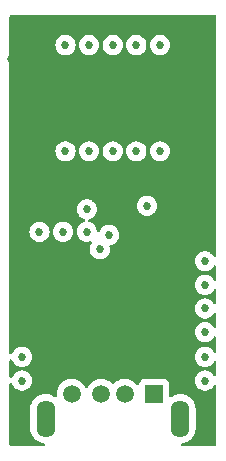
<source format=gbr>
%TF.GenerationSoftware,KiCad,Pcbnew,(6.0.7)*%
%TF.CreationDate,2023-02-05T00:26:33-08:00*%
%TF.ProjectId,ESP_Module,4553505f-4d6f-4647-956c-652e6b696361,rev?*%
%TF.SameCoordinates,Original*%
%TF.FileFunction,Copper,L3,Inr*%
%TF.FilePolarity,Positive*%
%FSLAX46Y46*%
G04 Gerber Fmt 4.6, Leading zero omitted, Abs format (unit mm)*
G04 Created by KiCad (PCBNEW (6.0.7)) date 2023-02-05 00:26:33*
%MOMM*%
%LPD*%
G01*
G04 APERTURE LIST*
%TA.AperFunction,ComponentPad*%
%ADD10R,1.508000X1.508000*%
%TD*%
%TA.AperFunction,ComponentPad*%
%ADD11C,1.508000*%
%TD*%
%TA.AperFunction,ComponentPad*%
%ADD12O,1.575000X3.150000*%
%TD*%
%TA.AperFunction,ViaPad*%
%ADD13C,0.685800*%
%TD*%
G04 APERTURE END LIST*
D10*
%TO.N,+5V*%
%TO.C,J1*%
X160218000Y-100516000D03*
D11*
%TO.N,USB_D-*%
X157718000Y-100516000D03*
%TO.N,USB_D+*%
X155718000Y-100516000D03*
%TO.N,GND*%
X153218000Y-100516000D03*
D12*
X162418000Y-102616000D03*
X151018000Y-102616000D03*
%TD*%
D13*
%TO.N,GND*%
X164500000Y-97400000D03*
X164500000Y-99400000D03*
X149000000Y-97400000D03*
X149000000Y-99400000D03*
%TO.N,+3V3*%
X148100000Y-72200000D03*
%TO.N,GND*%
X159600000Y-84600000D03*
%TO.N,+3V3*%
X152600000Y-84900000D03*
%TO.N,GND*%
X154500000Y-84900000D03*
X150500000Y-86800000D03*
%TO.N,+3V3*%
X161300000Y-91800000D03*
X160000000Y-93100000D03*
X161300000Y-93100000D03*
X153200000Y-97000000D03*
X158600000Y-91800000D03*
X161400000Y-84900000D03*
X160000000Y-91800000D03*
X158600000Y-93100000D03*
%TO.N,GND*%
X156700000Y-80000000D03*
X154500000Y-86800000D03*
X152500000Y-86800000D03*
X160700000Y-80000000D03*
X156700000Y-71000000D03*
X158700000Y-80000000D03*
X160700000Y-71000000D03*
X164500000Y-91300000D03*
X152700000Y-80000000D03*
X152700000Y-71000000D03*
X158700000Y-71000000D03*
X154700000Y-80000000D03*
X164500000Y-89300000D03*
X164500000Y-93300000D03*
X164500000Y-95300000D03*
X154700000Y-71000000D03*
%TO.N,USB_D+*%
X155600000Y-88300000D03*
%TO.N,USB_D-*%
X156376702Y-87076702D03*
%TD*%
%TA.AperFunction,Conductor*%
%TO.N,+3V3*%
G36*
X165423121Y-68478502D02*
G01*
X165469614Y-68532158D01*
X165481000Y-68584500D01*
X165481000Y-88826104D01*
X165460998Y-88894225D01*
X165407342Y-88940718D01*
X165337068Y-88950822D01*
X165272488Y-88921328D01*
X165245881Y-88889104D01*
X165199116Y-88808105D01*
X165192591Y-88796803D01*
X165072836Y-88663801D01*
X165059245Y-88653926D01*
X164933387Y-88562485D01*
X164933386Y-88562484D01*
X164928045Y-88558604D01*
X164922017Y-88555920D01*
X164922015Y-88555919D01*
X164770577Y-88488495D01*
X164770576Y-88488495D01*
X164764546Y-88485810D01*
X164677016Y-88467205D01*
X164595943Y-88449972D01*
X164595939Y-88449972D01*
X164589486Y-88448600D01*
X164410514Y-88448600D01*
X164404061Y-88449972D01*
X164404057Y-88449972D01*
X164322984Y-88467205D01*
X164235454Y-88485810D01*
X164229424Y-88488495D01*
X164229423Y-88488495D01*
X164077985Y-88555919D01*
X164077983Y-88555920D01*
X164071955Y-88558604D01*
X164066614Y-88562484D01*
X164066613Y-88562485D01*
X163940756Y-88653926D01*
X163927164Y-88663801D01*
X163807409Y-88796803D01*
X163800884Y-88808105D01*
X163726929Y-88936199D01*
X163717923Y-88951797D01*
X163715881Y-88958082D01*
X163665159Y-89114190D01*
X163662618Y-89122009D01*
X163643910Y-89300000D01*
X163662618Y-89477991D01*
X163717923Y-89648203D01*
X163807409Y-89803197D01*
X163927164Y-89936199D01*
X164071955Y-90041396D01*
X164077983Y-90044080D01*
X164077985Y-90044081D01*
X164229423Y-90111505D01*
X164235454Y-90114190D01*
X164322984Y-90132795D01*
X164404057Y-90150028D01*
X164404061Y-90150028D01*
X164410514Y-90151400D01*
X164589486Y-90151400D01*
X164595939Y-90150028D01*
X164595943Y-90150028D01*
X164677016Y-90132795D01*
X164764546Y-90114190D01*
X164770577Y-90111505D01*
X164922015Y-90044081D01*
X164922017Y-90044080D01*
X164928045Y-90041396D01*
X165072836Y-89936199D01*
X165192591Y-89803197D01*
X165245881Y-89710896D01*
X165297263Y-89661903D01*
X165366977Y-89648467D01*
X165432888Y-89674853D01*
X165474070Y-89732685D01*
X165481000Y-89773896D01*
X165481000Y-90826104D01*
X165460998Y-90894225D01*
X165407342Y-90940718D01*
X165337068Y-90950822D01*
X165272488Y-90921328D01*
X165245881Y-90889104D01*
X165195892Y-90802521D01*
X165192591Y-90796803D01*
X165072836Y-90663801D01*
X164928045Y-90558604D01*
X164922017Y-90555920D01*
X164922015Y-90555919D01*
X164770577Y-90488495D01*
X164770576Y-90488495D01*
X164764546Y-90485810D01*
X164677016Y-90467205D01*
X164595943Y-90449972D01*
X164595939Y-90449972D01*
X164589486Y-90448600D01*
X164410514Y-90448600D01*
X164404061Y-90449972D01*
X164404057Y-90449972D01*
X164322984Y-90467205D01*
X164235454Y-90485810D01*
X164229424Y-90488495D01*
X164229423Y-90488495D01*
X164077985Y-90555919D01*
X164077983Y-90555920D01*
X164071955Y-90558604D01*
X163927164Y-90663801D01*
X163807409Y-90796803D01*
X163717923Y-90951797D01*
X163662618Y-91122009D01*
X163643910Y-91300000D01*
X163662618Y-91477991D01*
X163717923Y-91648203D01*
X163807409Y-91803197D01*
X163927164Y-91936199D01*
X164071955Y-92041396D01*
X164077983Y-92044080D01*
X164077985Y-92044081D01*
X164229423Y-92111505D01*
X164235454Y-92114190D01*
X164322984Y-92132795D01*
X164404057Y-92150028D01*
X164404061Y-92150028D01*
X164410514Y-92151400D01*
X164589486Y-92151400D01*
X164595939Y-92150028D01*
X164595943Y-92150028D01*
X164677016Y-92132795D01*
X164764546Y-92114190D01*
X164770577Y-92111505D01*
X164922015Y-92044081D01*
X164922017Y-92044080D01*
X164928045Y-92041396D01*
X165072836Y-91936199D01*
X165192591Y-91803197D01*
X165245881Y-91710896D01*
X165297263Y-91661903D01*
X165366977Y-91648467D01*
X165432888Y-91674853D01*
X165474070Y-91732685D01*
X165481000Y-91773896D01*
X165481000Y-92826104D01*
X165460998Y-92894225D01*
X165407342Y-92940718D01*
X165337068Y-92950822D01*
X165272488Y-92921328D01*
X165245881Y-92889104D01*
X165195892Y-92802521D01*
X165192591Y-92796803D01*
X165072836Y-92663801D01*
X164928045Y-92558604D01*
X164922017Y-92555920D01*
X164922015Y-92555919D01*
X164770577Y-92488495D01*
X164770576Y-92488495D01*
X164764546Y-92485810D01*
X164677016Y-92467205D01*
X164595943Y-92449972D01*
X164595939Y-92449972D01*
X164589486Y-92448600D01*
X164410514Y-92448600D01*
X164404061Y-92449972D01*
X164404057Y-92449972D01*
X164322984Y-92467205D01*
X164235454Y-92485810D01*
X164229424Y-92488495D01*
X164229423Y-92488495D01*
X164077985Y-92555919D01*
X164077983Y-92555920D01*
X164071955Y-92558604D01*
X163927164Y-92663801D01*
X163807409Y-92796803D01*
X163717923Y-92951797D01*
X163662618Y-93122009D01*
X163643910Y-93300000D01*
X163662618Y-93477991D01*
X163717923Y-93648203D01*
X163807409Y-93803197D01*
X163927164Y-93936199D01*
X164071955Y-94041396D01*
X164077983Y-94044080D01*
X164077985Y-94044081D01*
X164229423Y-94111505D01*
X164235454Y-94114190D01*
X164322984Y-94132795D01*
X164404057Y-94150028D01*
X164404061Y-94150028D01*
X164410514Y-94151400D01*
X164589486Y-94151400D01*
X164595939Y-94150028D01*
X164595943Y-94150028D01*
X164677016Y-94132795D01*
X164764546Y-94114190D01*
X164770577Y-94111505D01*
X164922015Y-94044081D01*
X164922017Y-94044080D01*
X164928045Y-94041396D01*
X165072836Y-93936199D01*
X165192591Y-93803197D01*
X165245881Y-93710896D01*
X165297263Y-93661903D01*
X165366977Y-93648467D01*
X165432888Y-93674853D01*
X165474070Y-93732685D01*
X165481000Y-93773896D01*
X165481000Y-94826104D01*
X165460998Y-94894225D01*
X165407342Y-94940718D01*
X165337068Y-94950822D01*
X165272488Y-94921328D01*
X165245881Y-94889104D01*
X165195892Y-94802521D01*
X165192591Y-94796803D01*
X165072836Y-94663801D01*
X164928045Y-94558604D01*
X164922017Y-94555920D01*
X164922015Y-94555919D01*
X164770577Y-94488495D01*
X164770576Y-94488495D01*
X164764546Y-94485810D01*
X164677016Y-94467205D01*
X164595943Y-94449972D01*
X164595939Y-94449972D01*
X164589486Y-94448600D01*
X164410514Y-94448600D01*
X164404061Y-94449972D01*
X164404057Y-94449972D01*
X164322984Y-94467205D01*
X164235454Y-94485810D01*
X164229424Y-94488495D01*
X164229423Y-94488495D01*
X164077985Y-94555919D01*
X164077983Y-94555920D01*
X164071955Y-94558604D01*
X163927164Y-94663801D01*
X163807409Y-94796803D01*
X163717923Y-94951797D01*
X163662618Y-95122009D01*
X163643910Y-95300000D01*
X163662618Y-95477991D01*
X163717923Y-95648203D01*
X163807409Y-95803197D01*
X163927164Y-95936199D01*
X164071955Y-96041396D01*
X164077983Y-96044080D01*
X164077985Y-96044081D01*
X164229423Y-96111505D01*
X164235454Y-96114190D01*
X164322984Y-96132795D01*
X164404057Y-96150028D01*
X164404061Y-96150028D01*
X164410514Y-96151400D01*
X164589486Y-96151400D01*
X164595939Y-96150028D01*
X164595943Y-96150028D01*
X164677016Y-96132795D01*
X164764546Y-96114190D01*
X164770577Y-96111505D01*
X164922015Y-96044081D01*
X164922017Y-96044080D01*
X164928045Y-96041396D01*
X165072836Y-95936199D01*
X165192591Y-95803197D01*
X165245881Y-95710896D01*
X165297263Y-95661903D01*
X165366977Y-95648467D01*
X165432888Y-95674853D01*
X165474070Y-95732685D01*
X165481000Y-95773896D01*
X165481000Y-96926104D01*
X165460998Y-96994225D01*
X165407342Y-97040718D01*
X165337068Y-97050822D01*
X165272488Y-97021328D01*
X165245881Y-96989104D01*
X165195892Y-96902521D01*
X165192591Y-96896803D01*
X165072836Y-96763801D01*
X164928045Y-96658604D01*
X164922017Y-96655920D01*
X164922015Y-96655919D01*
X164770577Y-96588495D01*
X164770576Y-96588495D01*
X164764546Y-96585810D01*
X164677016Y-96567205D01*
X164595943Y-96549972D01*
X164595939Y-96549972D01*
X164589486Y-96548600D01*
X164410514Y-96548600D01*
X164404061Y-96549972D01*
X164404057Y-96549972D01*
X164322984Y-96567205D01*
X164235454Y-96585810D01*
X164229424Y-96588495D01*
X164229423Y-96588495D01*
X164077985Y-96655919D01*
X164077983Y-96655920D01*
X164071955Y-96658604D01*
X163927164Y-96763801D01*
X163807409Y-96896803D01*
X163717923Y-97051797D01*
X163662618Y-97222009D01*
X163643910Y-97400000D01*
X163662618Y-97577991D01*
X163717923Y-97748203D01*
X163807409Y-97903197D01*
X163927164Y-98036199D01*
X164071955Y-98141396D01*
X164077983Y-98144080D01*
X164077985Y-98144081D01*
X164229423Y-98211505D01*
X164235454Y-98214190D01*
X164322984Y-98232795D01*
X164404057Y-98250028D01*
X164404061Y-98250028D01*
X164410514Y-98251400D01*
X164589486Y-98251400D01*
X164595939Y-98250028D01*
X164595943Y-98250028D01*
X164677016Y-98232795D01*
X164764546Y-98214190D01*
X164770577Y-98211505D01*
X164922015Y-98144081D01*
X164922017Y-98144080D01*
X164928045Y-98141396D01*
X165072836Y-98036199D01*
X165192591Y-97903197D01*
X165245881Y-97810896D01*
X165297263Y-97761903D01*
X165366977Y-97748467D01*
X165432888Y-97774853D01*
X165474070Y-97832685D01*
X165481000Y-97873896D01*
X165481000Y-98926104D01*
X165460998Y-98994225D01*
X165407342Y-99040718D01*
X165337068Y-99050822D01*
X165272488Y-99021328D01*
X165245881Y-98989104D01*
X165195892Y-98902521D01*
X165192591Y-98896803D01*
X165072836Y-98763801D01*
X164928045Y-98658604D01*
X164922017Y-98655920D01*
X164922015Y-98655919D01*
X164770577Y-98588495D01*
X164770576Y-98588495D01*
X164764546Y-98585810D01*
X164677016Y-98567205D01*
X164595943Y-98549972D01*
X164595939Y-98549972D01*
X164589486Y-98548600D01*
X164410514Y-98548600D01*
X164404061Y-98549972D01*
X164404057Y-98549972D01*
X164322984Y-98567205D01*
X164235454Y-98585810D01*
X164229424Y-98588495D01*
X164229423Y-98588495D01*
X164077985Y-98655919D01*
X164077983Y-98655920D01*
X164071955Y-98658604D01*
X163927164Y-98763801D01*
X163807409Y-98896803D01*
X163717923Y-99051797D01*
X163662618Y-99222009D01*
X163661928Y-99228572D01*
X163661928Y-99228573D01*
X163657842Y-99267451D01*
X163643910Y-99400000D01*
X163644600Y-99406565D01*
X163646183Y-99421621D01*
X163662618Y-99577991D01*
X163717923Y-99748203D01*
X163721226Y-99753925D01*
X163721227Y-99753926D01*
X163733309Y-99774853D01*
X163807409Y-99903197D01*
X163811827Y-99908104D01*
X163811828Y-99908105D01*
X163910504Y-100017696D01*
X163927164Y-100036199D01*
X163932506Y-100040080D01*
X163932508Y-100040082D01*
X163998269Y-100087860D01*
X164071955Y-100141396D01*
X164077983Y-100144080D01*
X164077985Y-100144081D01*
X164229423Y-100211505D01*
X164235454Y-100214190D01*
X164322984Y-100232795D01*
X164404057Y-100250028D01*
X164404061Y-100250028D01*
X164410514Y-100251400D01*
X164589486Y-100251400D01*
X164595939Y-100250028D01*
X164595943Y-100250028D01*
X164677016Y-100232795D01*
X164764546Y-100214190D01*
X164770577Y-100211505D01*
X164922015Y-100144081D01*
X164922017Y-100144080D01*
X164928045Y-100141396D01*
X165001731Y-100087860D01*
X165067492Y-100040082D01*
X165067494Y-100040080D01*
X165072836Y-100036199D01*
X165089496Y-100017696D01*
X165188172Y-99908105D01*
X165188173Y-99908104D01*
X165192591Y-99903197D01*
X165245881Y-99810896D01*
X165297263Y-99761903D01*
X165366977Y-99748467D01*
X165432888Y-99774853D01*
X165474070Y-99832685D01*
X165481000Y-99873896D01*
X165481000Y-104815500D01*
X165460998Y-104883621D01*
X165407342Y-104930114D01*
X165355000Y-104941500D01*
X162594400Y-104941500D01*
X162526279Y-104921498D01*
X162479786Y-104867842D01*
X162469682Y-104797568D01*
X162499176Y-104732988D01*
X162558902Y-104694604D01*
X162583419Y-104689979D01*
X162584200Y-104689911D01*
X162643908Y-104684687D01*
X162862951Y-104625994D01*
X162959124Y-104581148D01*
X163063488Y-104532483D01*
X163063493Y-104532480D01*
X163068475Y-104530157D01*
X163172380Y-104457402D01*
X163249724Y-104403245D01*
X163249727Y-104403243D01*
X163254235Y-104400086D01*
X163414586Y-104239735D01*
X163544657Y-104053975D01*
X163546980Y-104048993D01*
X163546983Y-104048988D01*
X163638169Y-103853436D01*
X163640494Y-103848451D01*
X163699187Y-103629408D01*
X163709385Y-103512841D01*
X163713762Y-103462816D01*
X163713762Y-103462807D01*
X163714000Y-103460091D01*
X163714000Y-101771909D01*
X163713315Y-101764070D01*
X163699666Y-101608069D01*
X163699187Y-101602592D01*
X163640494Y-101383549D01*
X163595648Y-101287376D01*
X163546983Y-101183012D01*
X163546980Y-101183007D01*
X163544657Y-101178025D01*
X163414586Y-100992265D01*
X163254235Y-100831914D01*
X163197337Y-100792073D01*
X163072980Y-100704996D01*
X163072974Y-100704992D01*
X163068476Y-100701843D01*
X162862951Y-100606006D01*
X162857647Y-100604585D01*
X162857642Y-100604583D01*
X162708260Y-100564556D01*
X162643908Y-100547313D01*
X162418000Y-100527549D01*
X162192092Y-100547313D01*
X161973049Y-100606006D01*
X161876876Y-100650852D01*
X161772512Y-100699517D01*
X161772509Y-100699519D01*
X161767525Y-100701843D01*
X161763017Y-100704999D01*
X161763011Y-100705003D01*
X161678770Y-100763989D01*
X161611496Y-100786677D01*
X161542636Y-100769392D01*
X161494052Y-100717622D01*
X161480500Y-100660776D01*
X161480500Y-99713866D01*
X161473745Y-99651684D01*
X161422615Y-99515295D01*
X161335261Y-99398739D01*
X161218705Y-99311385D01*
X161082316Y-99260255D01*
X161020134Y-99253500D01*
X159415866Y-99253500D01*
X159353684Y-99260255D01*
X159217295Y-99311385D01*
X159100739Y-99398739D01*
X159013385Y-99515295D01*
X158962255Y-99651684D01*
X158957484Y-99695605D01*
X158957061Y-99699499D01*
X158929820Y-99765061D01*
X158871457Y-99805488D01*
X158800503Y-99807944D01*
X158739485Y-99771649D01*
X158728585Y-99758162D01*
X158699961Y-99717283D01*
X158688826Y-99701380D01*
X158532620Y-99545174D01*
X158528112Y-99542017D01*
X158528109Y-99542015D01*
X158356171Y-99421623D01*
X158356168Y-99421621D01*
X158351662Y-99418466D01*
X158346680Y-99416143D01*
X158346675Y-99416140D01*
X158156432Y-99327429D01*
X158156431Y-99327429D01*
X158151450Y-99325106D01*
X158146142Y-99323684D01*
X158146140Y-99323683D01*
X158080748Y-99306161D01*
X157938068Y-99267930D01*
X157718000Y-99248677D01*
X157497932Y-99267930D01*
X157355252Y-99306161D01*
X157289860Y-99323683D01*
X157289858Y-99323684D01*
X157284550Y-99325106D01*
X157279569Y-99327428D01*
X157279568Y-99327429D01*
X157089320Y-99416143D01*
X157089317Y-99416145D01*
X157084339Y-99418466D01*
X156903380Y-99545174D01*
X156807095Y-99641459D01*
X156744783Y-99675485D01*
X156673968Y-99670420D01*
X156628905Y-99641459D01*
X156532620Y-99545174D01*
X156528112Y-99542017D01*
X156528109Y-99542015D01*
X156356171Y-99421623D01*
X156356168Y-99421621D01*
X156351662Y-99418466D01*
X156346680Y-99416143D01*
X156346675Y-99416140D01*
X156156432Y-99327429D01*
X156156431Y-99327429D01*
X156151450Y-99325106D01*
X156146142Y-99323684D01*
X156146140Y-99323683D01*
X156080748Y-99306161D01*
X155938068Y-99267930D01*
X155718000Y-99248677D01*
X155497932Y-99267930D01*
X155355252Y-99306161D01*
X155289860Y-99323683D01*
X155289858Y-99323684D01*
X155284550Y-99325106D01*
X155279569Y-99327428D01*
X155279568Y-99327429D01*
X155089320Y-99416143D01*
X155089317Y-99416145D01*
X155084339Y-99418466D01*
X154903380Y-99545174D01*
X154747174Y-99701380D01*
X154620466Y-99882339D01*
X154618145Y-99887317D01*
X154618143Y-99887320D01*
X154582195Y-99964411D01*
X154535277Y-100017696D01*
X154467000Y-100037157D01*
X154399040Y-100016615D01*
X154353805Y-99964411D01*
X154317857Y-99887320D01*
X154317855Y-99887317D01*
X154315534Y-99882339D01*
X154188826Y-99701380D01*
X154032620Y-99545174D01*
X154028112Y-99542017D01*
X154028109Y-99542015D01*
X153856171Y-99421623D01*
X153856168Y-99421621D01*
X153851662Y-99418466D01*
X153846680Y-99416143D01*
X153846675Y-99416140D01*
X153656432Y-99327429D01*
X153656431Y-99327429D01*
X153651450Y-99325106D01*
X153646142Y-99323684D01*
X153646140Y-99323683D01*
X153580748Y-99306161D01*
X153438068Y-99267930D01*
X153218000Y-99248677D01*
X152997932Y-99267930D01*
X152855252Y-99306161D01*
X152789860Y-99323683D01*
X152789858Y-99323684D01*
X152784550Y-99325106D01*
X152779569Y-99327428D01*
X152779568Y-99327429D01*
X152589320Y-99416143D01*
X152589317Y-99416145D01*
X152584339Y-99418466D01*
X152403380Y-99545174D01*
X152247174Y-99701380D01*
X152120466Y-99882339D01*
X152118145Y-99887317D01*
X152118143Y-99887320D01*
X152108451Y-99908105D01*
X152027106Y-100082550D01*
X151969930Y-100295932D01*
X151950677Y-100516000D01*
X151958552Y-100606006D01*
X151962863Y-100655285D01*
X151948874Y-100724890D01*
X151899474Y-100775883D01*
X151830348Y-100792073D01*
X151765071Y-100769480D01*
X151672980Y-100704996D01*
X151672974Y-100704992D01*
X151668476Y-100701843D01*
X151462951Y-100606006D01*
X151457647Y-100604585D01*
X151457642Y-100604583D01*
X151308260Y-100564556D01*
X151243908Y-100547313D01*
X151018000Y-100527549D01*
X150792092Y-100547313D01*
X150573049Y-100606006D01*
X150476876Y-100650852D01*
X150372512Y-100699517D01*
X150372509Y-100699519D01*
X150367525Y-100701843D01*
X150334611Y-100724890D01*
X150186276Y-100828755D01*
X150186273Y-100828757D01*
X150181765Y-100831914D01*
X150021414Y-100992265D01*
X149891343Y-101178025D01*
X149889020Y-101183007D01*
X149889017Y-101183012D01*
X149840352Y-101287376D01*
X149795506Y-101383549D01*
X149736813Y-101602592D01*
X149736334Y-101608069D01*
X149722686Y-101764070D01*
X149722000Y-101771909D01*
X149722000Y-103460091D01*
X149722238Y-103462807D01*
X149722238Y-103462816D01*
X149726615Y-103512841D01*
X149736813Y-103629408D01*
X149795506Y-103848451D01*
X149797831Y-103853436D01*
X149889017Y-104048988D01*
X149889020Y-104048993D01*
X149891343Y-104053975D01*
X150021414Y-104239735D01*
X150181765Y-104400086D01*
X150186274Y-104403243D01*
X150186276Y-104403245D01*
X150363020Y-104527004D01*
X150363026Y-104527008D01*
X150367524Y-104530157D01*
X150573049Y-104625994D01*
X150578353Y-104627415D01*
X150578358Y-104627417D01*
X150727740Y-104667444D01*
X150792092Y-104684687D01*
X150851800Y-104689911D01*
X150852581Y-104689979D01*
X150918700Y-104715842D01*
X150960339Y-104773346D01*
X150964280Y-104844233D01*
X150929271Y-104905998D01*
X150866427Y-104939030D01*
X150841600Y-104941500D01*
X148081000Y-104941500D01*
X148012879Y-104921498D01*
X147966386Y-104867842D01*
X147955000Y-104815500D01*
X147955000Y-99734541D01*
X147975002Y-99666420D01*
X148028658Y-99619927D01*
X148098932Y-99609823D01*
X148163512Y-99639317D01*
X148200833Y-99695605D01*
X148217923Y-99748203D01*
X148221226Y-99753925D01*
X148221227Y-99753926D01*
X148233309Y-99774853D01*
X148307409Y-99903197D01*
X148311827Y-99908104D01*
X148311828Y-99908105D01*
X148410504Y-100017696D01*
X148427164Y-100036199D01*
X148432506Y-100040080D01*
X148432508Y-100040082D01*
X148498269Y-100087860D01*
X148571955Y-100141396D01*
X148577983Y-100144080D01*
X148577985Y-100144081D01*
X148729423Y-100211505D01*
X148735454Y-100214190D01*
X148822984Y-100232795D01*
X148904057Y-100250028D01*
X148904061Y-100250028D01*
X148910514Y-100251400D01*
X149089486Y-100251400D01*
X149095939Y-100250028D01*
X149095943Y-100250028D01*
X149177016Y-100232795D01*
X149264546Y-100214190D01*
X149270577Y-100211505D01*
X149422015Y-100144081D01*
X149422017Y-100144080D01*
X149428045Y-100141396D01*
X149501731Y-100087860D01*
X149567492Y-100040082D01*
X149567494Y-100040080D01*
X149572836Y-100036199D01*
X149589496Y-100017696D01*
X149688172Y-99908105D01*
X149688173Y-99908104D01*
X149692591Y-99903197D01*
X149766691Y-99774853D01*
X149778773Y-99753926D01*
X149778774Y-99753925D01*
X149782077Y-99748203D01*
X149837382Y-99577991D01*
X149853818Y-99421621D01*
X149855400Y-99406565D01*
X149856090Y-99400000D01*
X149842158Y-99267451D01*
X149838072Y-99228573D01*
X149838072Y-99228572D01*
X149837382Y-99222009D01*
X149782077Y-99051797D01*
X149692591Y-98896803D01*
X149572836Y-98763801D01*
X149428045Y-98658604D01*
X149422017Y-98655920D01*
X149422015Y-98655919D01*
X149270577Y-98588495D01*
X149270576Y-98588495D01*
X149264546Y-98585810D01*
X149177016Y-98567205D01*
X149095943Y-98549972D01*
X149095939Y-98549972D01*
X149089486Y-98548600D01*
X148910514Y-98548600D01*
X148904061Y-98549972D01*
X148904057Y-98549972D01*
X148822984Y-98567205D01*
X148735454Y-98585810D01*
X148729424Y-98588495D01*
X148729423Y-98588495D01*
X148577985Y-98655919D01*
X148577983Y-98655920D01*
X148571955Y-98658604D01*
X148427164Y-98763801D01*
X148307409Y-98896803D01*
X148217923Y-99051797D01*
X148215881Y-99058082D01*
X148200833Y-99104395D01*
X148160760Y-99163001D01*
X148095363Y-99190638D01*
X148025406Y-99178531D01*
X147973100Y-99130525D01*
X147955000Y-99065459D01*
X147955000Y-97734541D01*
X147975002Y-97666420D01*
X148028658Y-97619927D01*
X148098932Y-97609823D01*
X148163512Y-97639317D01*
X148200833Y-97695605D01*
X148217923Y-97748203D01*
X148307409Y-97903197D01*
X148427164Y-98036199D01*
X148571955Y-98141396D01*
X148577983Y-98144080D01*
X148577985Y-98144081D01*
X148729423Y-98211505D01*
X148735454Y-98214190D01*
X148822984Y-98232795D01*
X148904057Y-98250028D01*
X148904061Y-98250028D01*
X148910514Y-98251400D01*
X149089486Y-98251400D01*
X149095939Y-98250028D01*
X149095943Y-98250028D01*
X149177016Y-98232795D01*
X149264546Y-98214190D01*
X149270577Y-98211505D01*
X149422015Y-98144081D01*
X149422017Y-98144080D01*
X149428045Y-98141396D01*
X149572836Y-98036199D01*
X149692591Y-97903197D01*
X149782077Y-97748203D01*
X149837382Y-97577991D01*
X149856090Y-97400000D01*
X149837382Y-97222009D01*
X149782077Y-97051797D01*
X149692591Y-96896803D01*
X149572836Y-96763801D01*
X149428045Y-96658604D01*
X149422017Y-96655920D01*
X149422015Y-96655919D01*
X149270577Y-96588495D01*
X149270576Y-96588495D01*
X149264546Y-96585810D01*
X149177016Y-96567205D01*
X149095943Y-96549972D01*
X149095939Y-96549972D01*
X149089486Y-96548600D01*
X148910514Y-96548600D01*
X148904061Y-96549972D01*
X148904057Y-96549972D01*
X148822984Y-96567205D01*
X148735454Y-96585810D01*
X148729424Y-96588495D01*
X148729423Y-96588495D01*
X148577985Y-96655919D01*
X148577983Y-96655920D01*
X148571955Y-96658604D01*
X148427164Y-96763801D01*
X148307409Y-96896803D01*
X148217923Y-97051797D01*
X148215881Y-97058082D01*
X148200833Y-97104395D01*
X148160760Y-97163001D01*
X148095363Y-97190638D01*
X148025406Y-97178531D01*
X147973100Y-97130525D01*
X147955000Y-97065459D01*
X147955000Y-86800000D01*
X149643910Y-86800000D01*
X149662618Y-86977991D01*
X149717923Y-87148203D01*
X149807409Y-87303197D01*
X149811827Y-87308104D01*
X149811828Y-87308105D01*
X149911336Y-87418620D01*
X149927164Y-87436199D01*
X149932506Y-87440080D01*
X149932508Y-87440082D01*
X149996536Y-87486601D01*
X150071955Y-87541396D01*
X150077983Y-87544080D01*
X150077985Y-87544081D01*
X150169458Y-87584807D01*
X150235454Y-87614190D01*
X150322984Y-87632795D01*
X150404057Y-87650028D01*
X150404061Y-87650028D01*
X150410514Y-87651400D01*
X150589486Y-87651400D01*
X150595939Y-87650028D01*
X150595943Y-87650028D01*
X150677016Y-87632795D01*
X150764546Y-87614190D01*
X150830542Y-87584807D01*
X150922015Y-87544081D01*
X150922017Y-87544080D01*
X150928045Y-87541396D01*
X151003464Y-87486601D01*
X151067492Y-87440082D01*
X151067494Y-87440080D01*
X151072836Y-87436199D01*
X151088664Y-87418620D01*
X151188172Y-87308105D01*
X151188173Y-87308104D01*
X151192591Y-87303197D01*
X151282077Y-87148203D01*
X151337382Y-86977991D01*
X151356090Y-86800000D01*
X151643910Y-86800000D01*
X151662618Y-86977991D01*
X151717923Y-87148203D01*
X151807409Y-87303197D01*
X151811827Y-87308104D01*
X151811828Y-87308105D01*
X151911336Y-87418620D01*
X151927164Y-87436199D01*
X151932506Y-87440080D01*
X151932508Y-87440082D01*
X151996536Y-87486601D01*
X152071955Y-87541396D01*
X152077983Y-87544080D01*
X152077985Y-87544081D01*
X152169458Y-87584807D01*
X152235454Y-87614190D01*
X152322984Y-87632795D01*
X152404057Y-87650028D01*
X152404061Y-87650028D01*
X152410514Y-87651400D01*
X152589486Y-87651400D01*
X152595939Y-87650028D01*
X152595943Y-87650028D01*
X152677016Y-87632795D01*
X152764546Y-87614190D01*
X152830542Y-87584807D01*
X152922015Y-87544081D01*
X152922017Y-87544080D01*
X152928045Y-87541396D01*
X153003464Y-87486601D01*
X153067492Y-87440082D01*
X153067494Y-87440080D01*
X153072836Y-87436199D01*
X153088664Y-87418620D01*
X153188172Y-87308105D01*
X153188173Y-87308104D01*
X153192591Y-87303197D01*
X153282077Y-87148203D01*
X153337382Y-86977991D01*
X153356090Y-86800000D01*
X153643910Y-86800000D01*
X153662618Y-86977991D01*
X153717923Y-87148203D01*
X153807409Y-87303197D01*
X153811827Y-87308104D01*
X153811828Y-87308105D01*
X153911336Y-87418620D01*
X153927164Y-87436199D01*
X153932506Y-87440080D01*
X153932508Y-87440082D01*
X153996536Y-87486601D01*
X154071955Y-87541396D01*
X154077983Y-87544080D01*
X154077985Y-87544081D01*
X154169458Y-87584807D01*
X154235454Y-87614190D01*
X154322984Y-87632795D01*
X154404057Y-87650028D01*
X154404061Y-87650028D01*
X154410514Y-87651400D01*
X154589486Y-87651400D01*
X154595939Y-87650028D01*
X154595943Y-87650028D01*
X154758097Y-87615561D01*
X154758099Y-87615560D01*
X154758773Y-87615417D01*
X154758775Y-87615417D01*
X154764546Y-87614190D01*
X154764770Y-87615246D01*
X154829485Y-87613399D01*
X154890282Y-87650063D01*
X154921605Y-87713776D01*
X154913510Y-87784310D01*
X154906569Y-87798258D01*
X154853087Y-87890892D01*
X154817923Y-87951797D01*
X154762618Y-88122009D01*
X154743910Y-88300000D01*
X154762618Y-88477991D01*
X154764658Y-88484269D01*
X154764658Y-88484270D01*
X154766031Y-88488495D01*
X154817923Y-88648203D01*
X154821226Y-88653925D01*
X154821227Y-88653926D01*
X154829764Y-88668712D01*
X154907409Y-88803197D01*
X154911827Y-88808104D01*
X154911828Y-88808105D01*
X155013774Y-88921328D01*
X155027164Y-88936199D01*
X155032506Y-88940080D01*
X155032508Y-88940082D01*
X155057283Y-88958082D01*
X155171955Y-89041396D01*
X155177983Y-89044080D01*
X155177985Y-89044081D01*
X155329423Y-89111505D01*
X155335454Y-89114190D01*
X155422984Y-89132795D01*
X155504057Y-89150028D01*
X155504061Y-89150028D01*
X155510514Y-89151400D01*
X155689486Y-89151400D01*
X155695939Y-89150028D01*
X155695943Y-89150028D01*
X155777016Y-89132795D01*
X155864546Y-89114190D01*
X155870577Y-89111505D01*
X156022015Y-89044081D01*
X156022017Y-89044080D01*
X156028045Y-89041396D01*
X156142717Y-88958082D01*
X156167492Y-88940082D01*
X156167494Y-88940080D01*
X156172836Y-88936199D01*
X156186226Y-88921328D01*
X156288172Y-88808105D01*
X156288173Y-88808104D01*
X156292591Y-88803197D01*
X156370236Y-88668712D01*
X156378773Y-88653926D01*
X156378774Y-88653925D01*
X156382077Y-88648203D01*
X156433969Y-88488495D01*
X156435342Y-88484270D01*
X156435342Y-88484269D01*
X156437382Y-88477991D01*
X156456090Y-88300000D01*
X156437382Y-88122009D01*
X156423552Y-88079444D01*
X156421524Y-88008478D01*
X156458187Y-87947680D01*
X156517188Y-87917262D01*
X156566461Y-87906788D01*
X156641248Y-87890892D01*
X156647279Y-87888207D01*
X156798717Y-87820783D01*
X156798719Y-87820782D01*
X156804747Y-87818098D01*
X156810089Y-87814217D01*
X156944194Y-87716784D01*
X156944196Y-87716782D01*
X156949538Y-87712901D01*
X157037467Y-87615246D01*
X157064874Y-87584807D01*
X157064875Y-87584806D01*
X157069293Y-87579899D01*
X157150017Y-87440082D01*
X157155475Y-87430628D01*
X157155476Y-87430627D01*
X157158779Y-87424905D01*
X157194265Y-87315690D01*
X157212044Y-87260972D01*
X157212044Y-87260971D01*
X157214084Y-87254693D01*
X157232792Y-87076702D01*
X157214084Y-86898711D01*
X157158779Y-86728499D01*
X157069293Y-86573505D01*
X156949538Y-86440503D01*
X156804747Y-86335306D01*
X156798719Y-86332622D01*
X156798717Y-86332621D01*
X156647279Y-86265197D01*
X156647278Y-86265197D01*
X156641248Y-86262512D01*
X156553718Y-86243907D01*
X156472645Y-86226674D01*
X156472641Y-86226674D01*
X156466188Y-86225302D01*
X156287216Y-86225302D01*
X156280763Y-86226674D01*
X156280759Y-86226674D01*
X156199686Y-86243907D01*
X156112156Y-86262512D01*
X156106126Y-86265197D01*
X156106125Y-86265197D01*
X155954687Y-86332621D01*
X155954685Y-86332622D01*
X155948657Y-86335306D01*
X155803866Y-86440503D01*
X155684111Y-86573505D01*
X155594625Y-86728499D01*
X155592585Y-86734779D01*
X155592580Y-86734789D01*
X155591891Y-86736911D01*
X155591160Y-86737980D01*
X155589899Y-86740812D01*
X155589381Y-86740581D01*
X155551815Y-86795515D01*
X155486418Y-86823149D01*
X155416461Y-86811040D01*
X155364157Y-86763031D01*
X155346750Y-86711140D01*
X155338072Y-86628574D01*
X155338072Y-86628573D01*
X155337382Y-86622009D01*
X155320028Y-86568597D01*
X155284119Y-86458082D01*
X155282077Y-86451797D01*
X155275557Y-86440503D01*
X155214821Y-86335306D01*
X155192591Y-86296803D01*
X155161716Y-86262512D01*
X155077258Y-86168712D01*
X155077257Y-86168711D01*
X155072836Y-86163801D01*
X154928045Y-86058604D01*
X154922017Y-86055920D01*
X154922015Y-86055919D01*
X154770577Y-85988495D01*
X154770576Y-85988495D01*
X154764546Y-85985810D01*
X154705441Y-85973247D01*
X154642968Y-85939519D01*
X154608646Y-85877369D01*
X154613374Y-85806530D01*
X154655649Y-85749493D01*
X154705441Y-85726753D01*
X154764546Y-85714190D01*
X154770577Y-85711505D01*
X154922015Y-85644081D01*
X154922017Y-85644080D01*
X154928045Y-85641396D01*
X155072836Y-85536199D01*
X155149189Y-85451400D01*
X155188172Y-85408105D01*
X155188173Y-85408104D01*
X155192591Y-85403197D01*
X155282077Y-85248203D01*
X155305011Y-85177620D01*
X155335342Y-85084270D01*
X155335342Y-85084269D01*
X155337382Y-85077991D01*
X155356090Y-84900000D01*
X155337382Y-84722009D01*
X155297739Y-84600000D01*
X158743910Y-84600000D01*
X158762618Y-84777991D01*
X158817923Y-84948203D01*
X158907409Y-85103197D01*
X159027164Y-85236199D01*
X159032506Y-85240080D01*
X159032508Y-85240082D01*
X159043686Y-85248203D01*
X159171955Y-85341396D01*
X159177983Y-85344080D01*
X159177985Y-85344081D01*
X159329423Y-85411505D01*
X159335454Y-85414190D01*
X159422984Y-85432795D01*
X159504057Y-85450028D01*
X159504061Y-85450028D01*
X159510514Y-85451400D01*
X159689486Y-85451400D01*
X159695939Y-85450028D01*
X159695943Y-85450028D01*
X159777016Y-85432795D01*
X159864546Y-85414190D01*
X159870577Y-85411505D01*
X160022015Y-85344081D01*
X160022017Y-85344080D01*
X160028045Y-85341396D01*
X160156314Y-85248203D01*
X160167492Y-85240082D01*
X160167494Y-85240080D01*
X160172836Y-85236199D01*
X160292591Y-85103197D01*
X160382077Y-84948203D01*
X160437382Y-84777991D01*
X160456090Y-84600000D01*
X160437382Y-84422009D01*
X160427598Y-84391895D01*
X160384119Y-84258082D01*
X160382077Y-84251797D01*
X160292591Y-84096803D01*
X160285111Y-84088495D01*
X160177258Y-83968712D01*
X160177257Y-83968711D01*
X160172836Y-83963801D01*
X160028045Y-83858604D01*
X160022017Y-83855920D01*
X160022015Y-83855919D01*
X159870577Y-83788495D01*
X159870576Y-83788495D01*
X159864546Y-83785810D01*
X159777016Y-83767205D01*
X159695943Y-83749972D01*
X159695939Y-83749972D01*
X159689486Y-83748600D01*
X159510514Y-83748600D01*
X159504061Y-83749972D01*
X159504057Y-83749972D01*
X159422984Y-83767205D01*
X159335454Y-83785810D01*
X159329424Y-83788495D01*
X159329423Y-83788495D01*
X159177985Y-83855919D01*
X159177983Y-83855920D01*
X159171955Y-83858604D01*
X159027164Y-83963801D01*
X159022743Y-83968711D01*
X159022742Y-83968712D01*
X158914890Y-84088495D01*
X158907409Y-84096803D01*
X158817923Y-84251797D01*
X158815881Y-84258082D01*
X158772403Y-84391895D01*
X158762618Y-84422009D01*
X158743910Y-84600000D01*
X155297739Y-84600000D01*
X155282077Y-84551797D01*
X155192591Y-84396803D01*
X155072836Y-84263801D01*
X155064965Y-84258082D01*
X154933387Y-84162485D01*
X154933386Y-84162484D01*
X154928045Y-84158604D01*
X154922017Y-84155920D01*
X154922015Y-84155919D01*
X154770577Y-84088495D01*
X154770576Y-84088495D01*
X154764546Y-84085810D01*
X154677016Y-84067205D01*
X154595943Y-84049972D01*
X154595939Y-84049972D01*
X154589486Y-84048600D01*
X154410514Y-84048600D01*
X154404061Y-84049972D01*
X154404057Y-84049972D01*
X154322984Y-84067205D01*
X154235454Y-84085810D01*
X154229424Y-84088495D01*
X154229423Y-84088495D01*
X154077985Y-84155919D01*
X154077983Y-84155920D01*
X154071955Y-84158604D01*
X154066614Y-84162484D01*
X154066613Y-84162485D01*
X153935036Y-84258082D01*
X153927164Y-84263801D01*
X153807409Y-84396803D01*
X153717923Y-84551797D01*
X153662618Y-84722009D01*
X153643910Y-84900000D01*
X153662618Y-85077991D01*
X153664658Y-85084269D01*
X153664658Y-85084270D01*
X153694989Y-85177620D01*
X153717923Y-85248203D01*
X153807409Y-85403197D01*
X153811827Y-85408104D01*
X153811828Y-85408105D01*
X153850811Y-85451400D01*
X153927164Y-85536199D01*
X154071955Y-85641396D01*
X154077983Y-85644080D01*
X154077985Y-85644081D01*
X154229423Y-85711505D01*
X154235454Y-85714190D01*
X154294559Y-85726753D01*
X154357032Y-85760481D01*
X154391354Y-85822631D01*
X154386626Y-85893470D01*
X154344351Y-85950507D01*
X154294559Y-85973247D01*
X154235454Y-85985810D01*
X154229424Y-85988495D01*
X154229423Y-85988495D01*
X154077985Y-86055919D01*
X154077983Y-86055920D01*
X154071955Y-86058604D01*
X153927164Y-86163801D01*
X153922743Y-86168711D01*
X153922742Y-86168712D01*
X153838285Y-86262512D01*
X153807409Y-86296803D01*
X153785179Y-86335306D01*
X153724444Y-86440503D01*
X153717923Y-86451797D01*
X153715881Y-86458082D01*
X153679973Y-86568597D01*
X153662618Y-86622009D01*
X153643910Y-86800000D01*
X153356090Y-86800000D01*
X153337382Y-86622009D01*
X153320028Y-86568597D01*
X153284119Y-86458082D01*
X153282077Y-86451797D01*
X153275557Y-86440503D01*
X153214821Y-86335306D01*
X153192591Y-86296803D01*
X153161716Y-86262512D01*
X153077258Y-86168712D01*
X153077257Y-86168711D01*
X153072836Y-86163801D01*
X152928045Y-86058604D01*
X152922017Y-86055920D01*
X152922015Y-86055919D01*
X152770577Y-85988495D01*
X152770576Y-85988495D01*
X152764546Y-85985810D01*
X152677016Y-85967205D01*
X152595943Y-85949972D01*
X152595939Y-85949972D01*
X152589486Y-85948600D01*
X152410514Y-85948600D01*
X152404061Y-85949972D01*
X152404057Y-85949972D01*
X152322984Y-85967205D01*
X152235454Y-85985810D01*
X152229424Y-85988495D01*
X152229423Y-85988495D01*
X152077985Y-86055919D01*
X152077983Y-86055920D01*
X152071955Y-86058604D01*
X151927164Y-86163801D01*
X151922743Y-86168711D01*
X151922742Y-86168712D01*
X151838285Y-86262512D01*
X151807409Y-86296803D01*
X151785179Y-86335306D01*
X151724444Y-86440503D01*
X151717923Y-86451797D01*
X151715881Y-86458082D01*
X151679973Y-86568597D01*
X151662618Y-86622009D01*
X151643910Y-86800000D01*
X151356090Y-86800000D01*
X151337382Y-86622009D01*
X151320028Y-86568597D01*
X151284119Y-86458082D01*
X151282077Y-86451797D01*
X151275557Y-86440503D01*
X151214821Y-86335306D01*
X151192591Y-86296803D01*
X151161716Y-86262512D01*
X151077258Y-86168712D01*
X151077257Y-86168711D01*
X151072836Y-86163801D01*
X150928045Y-86058604D01*
X150922017Y-86055920D01*
X150922015Y-86055919D01*
X150770577Y-85988495D01*
X150770576Y-85988495D01*
X150764546Y-85985810D01*
X150677016Y-85967205D01*
X150595943Y-85949972D01*
X150595939Y-85949972D01*
X150589486Y-85948600D01*
X150410514Y-85948600D01*
X150404061Y-85949972D01*
X150404057Y-85949972D01*
X150322984Y-85967205D01*
X150235454Y-85985810D01*
X150229424Y-85988495D01*
X150229423Y-85988495D01*
X150077985Y-86055919D01*
X150077983Y-86055920D01*
X150071955Y-86058604D01*
X149927164Y-86163801D01*
X149922743Y-86168711D01*
X149922742Y-86168712D01*
X149838285Y-86262512D01*
X149807409Y-86296803D01*
X149785179Y-86335306D01*
X149724444Y-86440503D01*
X149717923Y-86451797D01*
X149715881Y-86458082D01*
X149679973Y-86568597D01*
X149662618Y-86622009D01*
X149643910Y-86800000D01*
X147955000Y-86800000D01*
X147955000Y-80000000D01*
X151843910Y-80000000D01*
X151862618Y-80177991D01*
X151917923Y-80348203D01*
X152007409Y-80503197D01*
X152127164Y-80636199D01*
X152271955Y-80741396D01*
X152277983Y-80744080D01*
X152277985Y-80744081D01*
X152429423Y-80811505D01*
X152435454Y-80814190D01*
X152522984Y-80832795D01*
X152604057Y-80850028D01*
X152604061Y-80850028D01*
X152610514Y-80851400D01*
X152789486Y-80851400D01*
X152795939Y-80850028D01*
X152795943Y-80850028D01*
X152877016Y-80832795D01*
X152964546Y-80814190D01*
X152970577Y-80811505D01*
X153122015Y-80744081D01*
X153122017Y-80744080D01*
X153128045Y-80741396D01*
X153272836Y-80636199D01*
X153392591Y-80503197D01*
X153482077Y-80348203D01*
X153537382Y-80177991D01*
X153556090Y-80000000D01*
X153843910Y-80000000D01*
X153862618Y-80177991D01*
X153917923Y-80348203D01*
X154007409Y-80503197D01*
X154127164Y-80636199D01*
X154271955Y-80741396D01*
X154277983Y-80744080D01*
X154277985Y-80744081D01*
X154429423Y-80811505D01*
X154435454Y-80814190D01*
X154522984Y-80832795D01*
X154604057Y-80850028D01*
X154604061Y-80850028D01*
X154610514Y-80851400D01*
X154789486Y-80851400D01*
X154795939Y-80850028D01*
X154795943Y-80850028D01*
X154877016Y-80832795D01*
X154964546Y-80814190D01*
X154970577Y-80811505D01*
X155122015Y-80744081D01*
X155122017Y-80744080D01*
X155128045Y-80741396D01*
X155272836Y-80636199D01*
X155392591Y-80503197D01*
X155482077Y-80348203D01*
X155537382Y-80177991D01*
X155556090Y-80000000D01*
X155843910Y-80000000D01*
X155862618Y-80177991D01*
X155917923Y-80348203D01*
X156007409Y-80503197D01*
X156127164Y-80636199D01*
X156271955Y-80741396D01*
X156277983Y-80744080D01*
X156277985Y-80744081D01*
X156429423Y-80811505D01*
X156435454Y-80814190D01*
X156522984Y-80832795D01*
X156604057Y-80850028D01*
X156604061Y-80850028D01*
X156610514Y-80851400D01*
X156789486Y-80851400D01*
X156795939Y-80850028D01*
X156795943Y-80850028D01*
X156877016Y-80832795D01*
X156964546Y-80814190D01*
X156970577Y-80811505D01*
X157122015Y-80744081D01*
X157122017Y-80744080D01*
X157128045Y-80741396D01*
X157272836Y-80636199D01*
X157392591Y-80503197D01*
X157482077Y-80348203D01*
X157537382Y-80177991D01*
X157556090Y-80000000D01*
X157843910Y-80000000D01*
X157862618Y-80177991D01*
X157917923Y-80348203D01*
X158007409Y-80503197D01*
X158127164Y-80636199D01*
X158271955Y-80741396D01*
X158277983Y-80744080D01*
X158277985Y-80744081D01*
X158429423Y-80811505D01*
X158435454Y-80814190D01*
X158522984Y-80832795D01*
X158604057Y-80850028D01*
X158604061Y-80850028D01*
X158610514Y-80851400D01*
X158789486Y-80851400D01*
X158795939Y-80850028D01*
X158795943Y-80850028D01*
X158877016Y-80832795D01*
X158964546Y-80814190D01*
X158970577Y-80811505D01*
X159122015Y-80744081D01*
X159122017Y-80744080D01*
X159128045Y-80741396D01*
X159272836Y-80636199D01*
X159392591Y-80503197D01*
X159482077Y-80348203D01*
X159537382Y-80177991D01*
X159556090Y-80000000D01*
X159843910Y-80000000D01*
X159862618Y-80177991D01*
X159917923Y-80348203D01*
X160007409Y-80503197D01*
X160127164Y-80636199D01*
X160271955Y-80741396D01*
X160277983Y-80744080D01*
X160277985Y-80744081D01*
X160429423Y-80811505D01*
X160435454Y-80814190D01*
X160522984Y-80832795D01*
X160604057Y-80850028D01*
X160604061Y-80850028D01*
X160610514Y-80851400D01*
X160789486Y-80851400D01*
X160795939Y-80850028D01*
X160795943Y-80850028D01*
X160877016Y-80832795D01*
X160964546Y-80814190D01*
X160970577Y-80811505D01*
X161122015Y-80744081D01*
X161122017Y-80744080D01*
X161128045Y-80741396D01*
X161272836Y-80636199D01*
X161392591Y-80503197D01*
X161482077Y-80348203D01*
X161537382Y-80177991D01*
X161556090Y-80000000D01*
X161537382Y-79822009D01*
X161482077Y-79651797D01*
X161392591Y-79496803D01*
X161272836Y-79363801D01*
X161128045Y-79258604D01*
X161122017Y-79255920D01*
X161122015Y-79255919D01*
X160970577Y-79188495D01*
X160970576Y-79188495D01*
X160964546Y-79185810D01*
X160877016Y-79167205D01*
X160795943Y-79149972D01*
X160795939Y-79149972D01*
X160789486Y-79148600D01*
X160610514Y-79148600D01*
X160604061Y-79149972D01*
X160604057Y-79149972D01*
X160522984Y-79167205D01*
X160435454Y-79185810D01*
X160429424Y-79188495D01*
X160429423Y-79188495D01*
X160277985Y-79255919D01*
X160277983Y-79255920D01*
X160271955Y-79258604D01*
X160127164Y-79363801D01*
X160007409Y-79496803D01*
X159917923Y-79651797D01*
X159862618Y-79822009D01*
X159843910Y-80000000D01*
X159556090Y-80000000D01*
X159537382Y-79822009D01*
X159482077Y-79651797D01*
X159392591Y-79496803D01*
X159272836Y-79363801D01*
X159128045Y-79258604D01*
X159122017Y-79255920D01*
X159122015Y-79255919D01*
X158970577Y-79188495D01*
X158970576Y-79188495D01*
X158964546Y-79185810D01*
X158877016Y-79167205D01*
X158795943Y-79149972D01*
X158795939Y-79149972D01*
X158789486Y-79148600D01*
X158610514Y-79148600D01*
X158604061Y-79149972D01*
X158604057Y-79149972D01*
X158522984Y-79167205D01*
X158435454Y-79185810D01*
X158429424Y-79188495D01*
X158429423Y-79188495D01*
X158277985Y-79255919D01*
X158277983Y-79255920D01*
X158271955Y-79258604D01*
X158127164Y-79363801D01*
X158007409Y-79496803D01*
X157917923Y-79651797D01*
X157862618Y-79822009D01*
X157843910Y-80000000D01*
X157556090Y-80000000D01*
X157537382Y-79822009D01*
X157482077Y-79651797D01*
X157392591Y-79496803D01*
X157272836Y-79363801D01*
X157128045Y-79258604D01*
X157122017Y-79255920D01*
X157122015Y-79255919D01*
X156970577Y-79188495D01*
X156970576Y-79188495D01*
X156964546Y-79185810D01*
X156877016Y-79167205D01*
X156795943Y-79149972D01*
X156795939Y-79149972D01*
X156789486Y-79148600D01*
X156610514Y-79148600D01*
X156604061Y-79149972D01*
X156604057Y-79149972D01*
X156522984Y-79167205D01*
X156435454Y-79185810D01*
X156429424Y-79188495D01*
X156429423Y-79188495D01*
X156277985Y-79255919D01*
X156277983Y-79255920D01*
X156271955Y-79258604D01*
X156127164Y-79363801D01*
X156007409Y-79496803D01*
X155917923Y-79651797D01*
X155862618Y-79822009D01*
X155843910Y-80000000D01*
X155556090Y-80000000D01*
X155537382Y-79822009D01*
X155482077Y-79651797D01*
X155392591Y-79496803D01*
X155272836Y-79363801D01*
X155128045Y-79258604D01*
X155122017Y-79255920D01*
X155122015Y-79255919D01*
X154970577Y-79188495D01*
X154970576Y-79188495D01*
X154964546Y-79185810D01*
X154877016Y-79167205D01*
X154795943Y-79149972D01*
X154795939Y-79149972D01*
X154789486Y-79148600D01*
X154610514Y-79148600D01*
X154604061Y-79149972D01*
X154604057Y-79149972D01*
X154522984Y-79167205D01*
X154435454Y-79185810D01*
X154429424Y-79188495D01*
X154429423Y-79188495D01*
X154277985Y-79255919D01*
X154277983Y-79255920D01*
X154271955Y-79258604D01*
X154127164Y-79363801D01*
X154007409Y-79496803D01*
X153917923Y-79651797D01*
X153862618Y-79822009D01*
X153843910Y-80000000D01*
X153556090Y-80000000D01*
X153537382Y-79822009D01*
X153482077Y-79651797D01*
X153392591Y-79496803D01*
X153272836Y-79363801D01*
X153128045Y-79258604D01*
X153122017Y-79255920D01*
X153122015Y-79255919D01*
X152970577Y-79188495D01*
X152970576Y-79188495D01*
X152964546Y-79185810D01*
X152877016Y-79167205D01*
X152795943Y-79149972D01*
X152795939Y-79149972D01*
X152789486Y-79148600D01*
X152610514Y-79148600D01*
X152604061Y-79149972D01*
X152604057Y-79149972D01*
X152522984Y-79167205D01*
X152435454Y-79185810D01*
X152429424Y-79188495D01*
X152429423Y-79188495D01*
X152277985Y-79255919D01*
X152277983Y-79255920D01*
X152271955Y-79258604D01*
X152127164Y-79363801D01*
X152007409Y-79496803D01*
X151917923Y-79651797D01*
X151862618Y-79822009D01*
X151843910Y-80000000D01*
X147955000Y-80000000D01*
X147955000Y-71000000D01*
X151843910Y-71000000D01*
X151862618Y-71177991D01*
X151917923Y-71348203D01*
X152007409Y-71503197D01*
X152127164Y-71636199D01*
X152271955Y-71741396D01*
X152277983Y-71744080D01*
X152277985Y-71744081D01*
X152429423Y-71811505D01*
X152435454Y-71814190D01*
X152522984Y-71832795D01*
X152604057Y-71850028D01*
X152604061Y-71850028D01*
X152610514Y-71851400D01*
X152789486Y-71851400D01*
X152795939Y-71850028D01*
X152795943Y-71850028D01*
X152877016Y-71832795D01*
X152964546Y-71814190D01*
X152970577Y-71811505D01*
X153122015Y-71744081D01*
X153122017Y-71744080D01*
X153128045Y-71741396D01*
X153272836Y-71636199D01*
X153392591Y-71503197D01*
X153482077Y-71348203D01*
X153537382Y-71177991D01*
X153556090Y-71000000D01*
X153843910Y-71000000D01*
X153862618Y-71177991D01*
X153917923Y-71348203D01*
X154007409Y-71503197D01*
X154127164Y-71636199D01*
X154271955Y-71741396D01*
X154277983Y-71744080D01*
X154277985Y-71744081D01*
X154429423Y-71811505D01*
X154435454Y-71814190D01*
X154522984Y-71832795D01*
X154604057Y-71850028D01*
X154604061Y-71850028D01*
X154610514Y-71851400D01*
X154789486Y-71851400D01*
X154795939Y-71850028D01*
X154795943Y-71850028D01*
X154877016Y-71832795D01*
X154964546Y-71814190D01*
X154970577Y-71811505D01*
X155122015Y-71744081D01*
X155122017Y-71744080D01*
X155128045Y-71741396D01*
X155272836Y-71636199D01*
X155392591Y-71503197D01*
X155482077Y-71348203D01*
X155537382Y-71177991D01*
X155556090Y-71000000D01*
X155843910Y-71000000D01*
X155862618Y-71177991D01*
X155917923Y-71348203D01*
X156007409Y-71503197D01*
X156127164Y-71636199D01*
X156271955Y-71741396D01*
X156277983Y-71744080D01*
X156277985Y-71744081D01*
X156429423Y-71811505D01*
X156435454Y-71814190D01*
X156522984Y-71832795D01*
X156604057Y-71850028D01*
X156604061Y-71850028D01*
X156610514Y-71851400D01*
X156789486Y-71851400D01*
X156795939Y-71850028D01*
X156795943Y-71850028D01*
X156877016Y-71832795D01*
X156964546Y-71814190D01*
X156970577Y-71811505D01*
X157122015Y-71744081D01*
X157122017Y-71744080D01*
X157128045Y-71741396D01*
X157272836Y-71636199D01*
X157392591Y-71503197D01*
X157482077Y-71348203D01*
X157537382Y-71177991D01*
X157556090Y-71000000D01*
X157843910Y-71000000D01*
X157862618Y-71177991D01*
X157917923Y-71348203D01*
X158007409Y-71503197D01*
X158127164Y-71636199D01*
X158271955Y-71741396D01*
X158277983Y-71744080D01*
X158277985Y-71744081D01*
X158429423Y-71811505D01*
X158435454Y-71814190D01*
X158522984Y-71832795D01*
X158604057Y-71850028D01*
X158604061Y-71850028D01*
X158610514Y-71851400D01*
X158789486Y-71851400D01*
X158795939Y-71850028D01*
X158795943Y-71850028D01*
X158877016Y-71832795D01*
X158964546Y-71814190D01*
X158970577Y-71811505D01*
X159122015Y-71744081D01*
X159122017Y-71744080D01*
X159128045Y-71741396D01*
X159272836Y-71636199D01*
X159392591Y-71503197D01*
X159482077Y-71348203D01*
X159537382Y-71177991D01*
X159556090Y-71000000D01*
X159843910Y-71000000D01*
X159862618Y-71177991D01*
X159917923Y-71348203D01*
X160007409Y-71503197D01*
X160127164Y-71636199D01*
X160271955Y-71741396D01*
X160277983Y-71744080D01*
X160277985Y-71744081D01*
X160429423Y-71811505D01*
X160435454Y-71814190D01*
X160522984Y-71832795D01*
X160604057Y-71850028D01*
X160604061Y-71850028D01*
X160610514Y-71851400D01*
X160789486Y-71851400D01*
X160795939Y-71850028D01*
X160795943Y-71850028D01*
X160877016Y-71832795D01*
X160964546Y-71814190D01*
X160970577Y-71811505D01*
X161122015Y-71744081D01*
X161122017Y-71744080D01*
X161128045Y-71741396D01*
X161272836Y-71636199D01*
X161392591Y-71503197D01*
X161482077Y-71348203D01*
X161537382Y-71177991D01*
X161556090Y-71000000D01*
X161537382Y-70822009D01*
X161482077Y-70651797D01*
X161392591Y-70496803D01*
X161272836Y-70363801D01*
X161128045Y-70258604D01*
X161122017Y-70255920D01*
X161122015Y-70255919D01*
X160970577Y-70188495D01*
X160970576Y-70188495D01*
X160964546Y-70185810D01*
X160877016Y-70167205D01*
X160795943Y-70149972D01*
X160795939Y-70149972D01*
X160789486Y-70148600D01*
X160610514Y-70148600D01*
X160604061Y-70149972D01*
X160604057Y-70149972D01*
X160522984Y-70167205D01*
X160435454Y-70185810D01*
X160429424Y-70188495D01*
X160429423Y-70188495D01*
X160277985Y-70255919D01*
X160277983Y-70255920D01*
X160271955Y-70258604D01*
X160127164Y-70363801D01*
X160007409Y-70496803D01*
X159917923Y-70651797D01*
X159862618Y-70822009D01*
X159843910Y-71000000D01*
X159556090Y-71000000D01*
X159537382Y-70822009D01*
X159482077Y-70651797D01*
X159392591Y-70496803D01*
X159272836Y-70363801D01*
X159128045Y-70258604D01*
X159122017Y-70255920D01*
X159122015Y-70255919D01*
X158970577Y-70188495D01*
X158970576Y-70188495D01*
X158964546Y-70185810D01*
X158877016Y-70167205D01*
X158795943Y-70149972D01*
X158795939Y-70149972D01*
X158789486Y-70148600D01*
X158610514Y-70148600D01*
X158604061Y-70149972D01*
X158604057Y-70149972D01*
X158522984Y-70167205D01*
X158435454Y-70185810D01*
X158429424Y-70188495D01*
X158429423Y-70188495D01*
X158277985Y-70255919D01*
X158277983Y-70255920D01*
X158271955Y-70258604D01*
X158127164Y-70363801D01*
X158007409Y-70496803D01*
X157917923Y-70651797D01*
X157862618Y-70822009D01*
X157843910Y-71000000D01*
X157556090Y-71000000D01*
X157537382Y-70822009D01*
X157482077Y-70651797D01*
X157392591Y-70496803D01*
X157272836Y-70363801D01*
X157128045Y-70258604D01*
X157122017Y-70255920D01*
X157122015Y-70255919D01*
X156970577Y-70188495D01*
X156970576Y-70188495D01*
X156964546Y-70185810D01*
X156877016Y-70167205D01*
X156795943Y-70149972D01*
X156795939Y-70149972D01*
X156789486Y-70148600D01*
X156610514Y-70148600D01*
X156604061Y-70149972D01*
X156604057Y-70149972D01*
X156522984Y-70167205D01*
X156435454Y-70185810D01*
X156429424Y-70188495D01*
X156429423Y-70188495D01*
X156277985Y-70255919D01*
X156277983Y-70255920D01*
X156271955Y-70258604D01*
X156127164Y-70363801D01*
X156007409Y-70496803D01*
X155917923Y-70651797D01*
X155862618Y-70822009D01*
X155843910Y-71000000D01*
X155556090Y-71000000D01*
X155537382Y-70822009D01*
X155482077Y-70651797D01*
X155392591Y-70496803D01*
X155272836Y-70363801D01*
X155128045Y-70258604D01*
X155122017Y-70255920D01*
X155122015Y-70255919D01*
X154970577Y-70188495D01*
X154970576Y-70188495D01*
X154964546Y-70185810D01*
X154877016Y-70167205D01*
X154795943Y-70149972D01*
X154795939Y-70149972D01*
X154789486Y-70148600D01*
X154610514Y-70148600D01*
X154604061Y-70149972D01*
X154604057Y-70149972D01*
X154522984Y-70167205D01*
X154435454Y-70185810D01*
X154429424Y-70188495D01*
X154429423Y-70188495D01*
X154277985Y-70255919D01*
X154277983Y-70255920D01*
X154271955Y-70258604D01*
X154127164Y-70363801D01*
X154007409Y-70496803D01*
X153917923Y-70651797D01*
X153862618Y-70822009D01*
X153843910Y-71000000D01*
X153556090Y-71000000D01*
X153537382Y-70822009D01*
X153482077Y-70651797D01*
X153392591Y-70496803D01*
X153272836Y-70363801D01*
X153128045Y-70258604D01*
X153122017Y-70255920D01*
X153122015Y-70255919D01*
X152970577Y-70188495D01*
X152970576Y-70188495D01*
X152964546Y-70185810D01*
X152877016Y-70167205D01*
X152795943Y-70149972D01*
X152795939Y-70149972D01*
X152789486Y-70148600D01*
X152610514Y-70148600D01*
X152604061Y-70149972D01*
X152604057Y-70149972D01*
X152522984Y-70167205D01*
X152435454Y-70185810D01*
X152429424Y-70188495D01*
X152429423Y-70188495D01*
X152277985Y-70255919D01*
X152277983Y-70255920D01*
X152271955Y-70258604D01*
X152127164Y-70363801D01*
X152007409Y-70496803D01*
X151917923Y-70651797D01*
X151862618Y-70822009D01*
X151843910Y-71000000D01*
X147955000Y-71000000D01*
X147955000Y-68584500D01*
X147975002Y-68516379D01*
X148028658Y-68469886D01*
X148081000Y-68458500D01*
X165355000Y-68458500D01*
X165423121Y-68478502D01*
G37*
%TD.AperFunction*%
%TD*%
M02*

</source>
